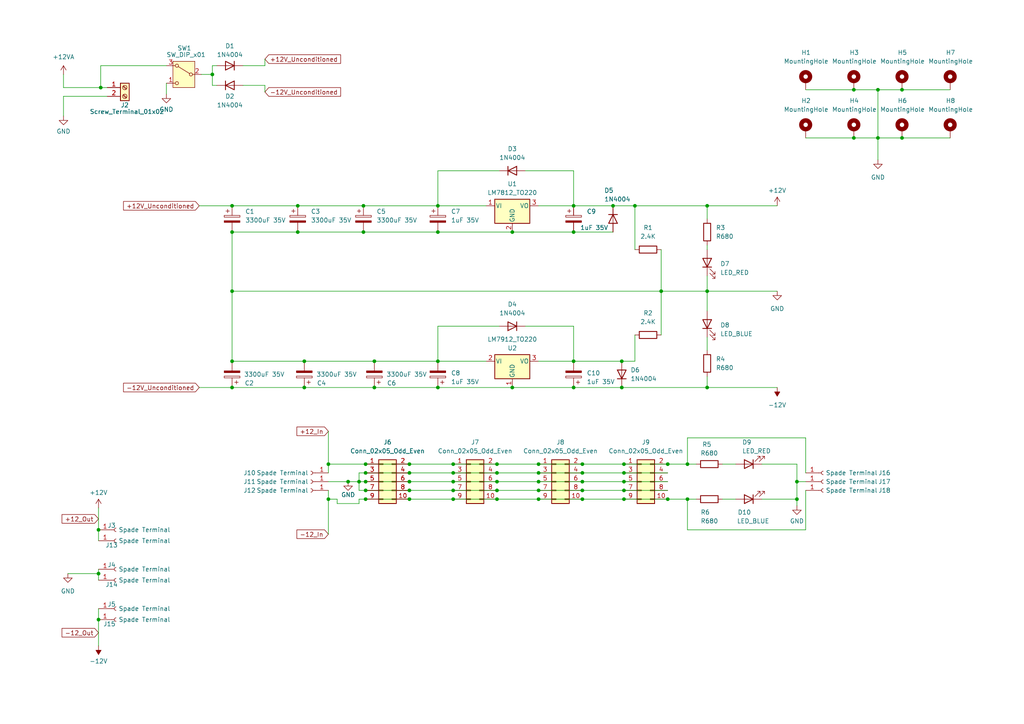
<source format=kicad_sch>
(kicad_sch (version 20230121) (generator eeschema)
  (paper "A4")
  (lib_symbols
    (symbol "Connector:Conn_01x01_Socket" (pin_names (offset 1.016) hide)
      (property "Reference" "J" (at 0 2.54 0))
      (property "Value" "Conn_01x01_Socket" (at 0 -2.54 0))
      (symbol "Conn_01x01_Socket_1_1"
        (polyline (pts (xy -1.27 0) (xy -0.508 0)) (stroke (width 0.1524)))
        (arc (start 0 0.508) (mid -0.5058 0) (end 0 -0.508) (stroke (width 0.1524)))
        (pin passive line (at -5.08 0 0) (length 3.81) (name "Pin_1") (number "1"))
      )
    )
    (symbol "Connector:Screw_Terminal_01x02" (pin_names (offset 1.016) hide)
      (property "Reference" "J" (at 0 2.54 0))
      (property "Value" "Screw_Terminal_01x02" (at 0 -5.08 0))
      (symbol "Screw_Terminal_01x02_1_1"
        (rectangle (start -1.27 1.27) (end 1.27 -3.81) (stroke (width 0.254)) (fill (type background)))
        (circle (center 0 -2.54) (radius 0.635) (stroke (width 0.1524)))
        (polyline (pts (xy -0.5334 -2.2098) (xy 0.3302 -3.048)) (stroke (width 0.1524)))
        (polyline (pts (xy -0.5334 0.3302) (xy 0.3302 -0.508)) (stroke (width 0.1524)))
        (polyline (pts (xy -0.3556 -2.032) (xy 0.508 -2.8702)) (stroke (width 0.1524)))
        (polyline (pts (xy -0.3556 0.508) (xy 0.508 -0.3302)) (stroke (width 0.1524)))
        (circle (center 0 0) (radius 0.635) (stroke (width 0.1524)))
        (pin passive line (at -5.08 0 0) (length 3.81) (name "Pin_1") (number "1"))
        (pin passive line (at -5.08 -2.54 0) (length 3.81) (name "Pin_2") (number "2"))
      )
    )
    (symbol "Connector_Generic:Conn_02x05_Odd_Even" (pin_names (offset 1.016) hide)
      (property "Reference" "J" (at 1.27 7.62 0))
      (property "Value" "Conn_02x05_Odd_Even" (at 1.27 -7.62 0))
      (symbol "Conn_02x05_Odd_Even_1_1"
        (rectangle (start -1.27 -4.953) (end 0 -5.207) (stroke (width 0.1524)))
        (rectangle (start -1.27 -2.413) (end 0 -2.667) (stroke (width 0.1524)))
        (rectangle (start -1.27 0.127) (end 0 -0.127) (stroke (width 0.1524)))
        (rectangle (start -1.27 2.667) (end 0 2.413) (stroke (width 0.1524)))
        (rectangle (start -1.27 5.207) (end 0 4.953) (stroke (width 0.1524)))
        (rectangle (start -1.27 6.35) (end 3.81 -6.35) (stroke (width 0.254)) (fill (type background)))
        (rectangle (start 3.81 -4.953) (end 2.54 -5.207) (stroke (width 0.1524)))
        (rectangle (start 3.81 -2.413) (end 2.54 -2.667) (stroke (width 0.1524)))
        (rectangle (start 3.81 0.127) (end 2.54 -0.127) (stroke (width 0.1524)))
        (rectangle (start 3.81 2.667) (end 2.54 2.413) (stroke (width 0.1524)))
        (rectangle (start 3.81 5.207) (end 2.54 4.953) (stroke (width 0.1524)))
        (pin passive line (at -5.08 5.08 0) (length 3.81) (name "Pin_1") (number "1"))
        (pin passive line (at 7.62 -5.08 180) (length 3.81) (name "Pin_10") (number "10"))
        (pin passive line (at 7.62 5.08 180) (length 3.81) (name "Pin_2") (number "2"))
        (pin passive line (at -5.08 2.54 0) (length 3.81) (name "Pin_3") (number "3"))
        (pin passive line (at 7.62 2.54 180) (length 3.81) (name "Pin_4") (number "4"))
        (pin passive line (at -5.08 0 0) (length 3.81) (name "Pin_5") (number "5"))
        (pin passive line (at 7.62 0 180) (length 3.81) (name "Pin_6") (number "6"))
        (pin passive line (at -5.08 -2.54 0) (length 3.81) (name "Pin_7") (number "7"))
        (pin passive line (at 7.62 -2.54 180) (length 3.81) (name "Pin_8") (number "8"))
        (pin passive line (at -5.08 -5.08 0) (length 3.81) (name "Pin_9") (number "9"))
      )
    )
    (symbol "Device:C_Polarized" (pin_numbers hide) (pin_names (offset 0.254))
      (property "Reference" "C" (at 0.635 2.54 0))
      (property "Value" "C_Polarized" (at 0.635 -2.54 0))
      (symbol "C_Polarized_0_1"
        (rectangle (start -2.286 0.508) (end 2.286 1.016))
        (polyline (pts (xy -1.778 2.286) (xy -0.762 2.286)))
        (polyline (pts (xy -1.27 2.794) (xy -1.27 1.778)))
        (rectangle (start 2.286 -0.508) (end -2.286 -1.016) (fill (type outline)))
      )
      (symbol "C_Polarized_1_1"
        (pin passive line (at 0 3.81 270) (length 2.794) (name "~") (number "1"))
        (pin passive line (at 0 -3.81 90) (length 2.794) (name "~") (number "2"))
      )
    )
    (symbol "Device:LED" (pin_numbers hide) (pin_names (offset 1.016) hide)
      (property "Reference" "D" (at 0 2.54 0))
      (property "Value" "LED" (at 0 -2.54 0))
      (symbol "LED_0_1"
        (polyline (pts (xy -1.27 -1.27) (xy -1.27 1.27)) (stroke (width 0.254)))
        (polyline (pts (xy -1.27 0) (xy 1.27 0)))
        (polyline (pts (xy 1.27 -1.27) (xy 1.27 1.27) (xy -1.27 0) (xy 1.27 -1.27)) (stroke (width 0.254)))
        (polyline (pts (xy -3.048 -0.762) (xy -4.572 -2.286) (xy -3.81 -2.286) (xy -4.572 -2.286) (xy -4.572 -1.524)))
        (polyline (pts (xy -1.778 -0.762) (xy -3.302 -2.286) (xy -2.54 -2.286) (xy -3.302 -2.286) (xy -3.302 -1.524)))
      )
      (symbol "LED_1_1"
        (pin passive line (at -3.81 0 0) (length 2.54) (name "K") (number "1"))
        (pin passive line (at 3.81 0 180) (length 2.54) (name "A") (number "2"))
      )
    )
    (symbol "Device:R" (pin_numbers hide) (pin_names (offset 0))
      (property "Reference" "R" (at 2.032 0 90))
      (property "Value" "R" (at 0 0 90))
      (symbol "R_0_1"
        (rectangle (start -1.016 -2.54) (end 1.016 2.54) (stroke (width 0.254)))
      )
      (symbol "R_1_1"
        (pin passive line (at 0 3.81 270) (length 1.27) (name "~") (number "1"))
        (pin passive line (at 0 -3.81 90) (length 1.27) (name "~") (number "2"))
      )
    )
    (symbol "Diode:1N4004" (pin_numbers hide) (pin_names hide)
      (property "Reference" "D" (at 0 2.54 0))
      (property "Value" "1N4004" (at 0 -2.54 0))
      (symbol "1N4004_0_1"
        (polyline (pts (xy -1.27 1.27) (xy -1.27 -1.27)) (stroke (width 0.254)))
        (polyline (pts (xy 1.27 0) (xy -1.27 0)))
        (polyline (pts (xy 1.27 1.27) (xy 1.27 -1.27) (xy -1.27 0) (xy 1.27 1.27)) (stroke (width 0.254)))
      )
      (symbol "1N4004_1_1"
        (pin passive line (at -3.81 0 0) (length 2.54) (name "K") (number "1"))
        (pin passive line (at 3.81 0 180) (length 2.54) (name "A") (number "2"))
      )
    )
    (symbol "Mechanical:MountingHole_Pad" (pin_numbers hide) (pin_names (offset 1.016) hide)
      (property "Reference" "H" (at 0 6.35 0))
      (property "Value" "MountingHole_Pad" (at 0 4.445 0))
      (symbol "MountingHole_Pad_0_1"
        (circle (center 0 1.27) (radius 1.27) (stroke (width 1.27)))
      )
      (symbol "MountingHole_Pad_1_1"
        (pin input line (at 0 -2.54 90) (length 2.54) (name "1") (number "1"))
      )
    )
    (symbol "Regulator_Linear:LM7812_TO220" (pin_names (offset 0.254))
      (property "Reference" "U" (at -3.81 3.175 0))
      (property "Value" "LM7812_TO220" (at 0 3.175 0))
      (symbol "LM7812_TO220_0_1"
        (rectangle (start -5.08 1.905) (end 5.08 -5.08) (stroke (width 0.254)) (fill (type background)))
      )
      (symbol "LM7812_TO220_1_1"
        (pin power_in line (at -7.62 0 0) (length 2.54) (name "VI") (number "1"))
        (pin power_in line (at 0 -7.62 90) (length 2.54) (name "GND") (number "2"))
        (pin power_out line (at 7.62 0 180) (length 2.54) (name "VO") (number "3"))
      )
    )
    (symbol "Regulator_Linear:LM7912_TO220" (pin_names (offset 0.254))
      (property "Reference" "U" (at -3.81 -3.175 0))
      (property "Value" "LM7912_TO220" (at 0 -3.175 0))
      (symbol "LM7912_TO220_0_1"
        (rectangle (start -5.08 5.08) (end 5.08 -1.905) (stroke (width 0.254)) (fill (type background)))
      )
      (symbol "LM7912_TO220_1_1"
        (pin power_in line (at 0 7.62 270) (length 2.54) (name "GND") (number "1"))
        (pin power_in line (at -7.62 0 0) (length 2.54) (name "VI") (number "2"))
        (pin power_out line (at 7.62 0 180) (length 2.54) (name "VO") (number "3"))
      )
    )
    (symbol "Switch:SW_SPDT_321" (pin_names (offset 1) hide)
      (property "Reference" "SW" (at 0 5.08 0))
      (property "Value" "SW_SPDT_321" (at 0 -5.08 0))
      (symbol "SW_SPDT_321_0_1"
        (circle (center -2.032 0) (radius 0.4572))
        (polyline (pts (xy -1.651 0.254) (xy 1.651 2.286)))
        (circle (center 2.032 -2.54) (radius 0.4572))
        (circle (center 2.032 2.54) (radius 0.4572))
      )
      (symbol "SW_SPDT_321_1_1"
        (rectangle (start -3.175 3.81) (end 3.175 -3.81) (fill (type background)))
        (pin passive line (at 5.08 -2.54 180) (length 2.54) (name "C") (number "1"))
        (pin passive line (at -5.08 0 0) (length 2.54) (name "B") (number "2"))
        (pin passive line (at 5.08 2.54 180) (length 2.54) (name "A") (number "3"))
      )
    )
    (symbol "power:+12V" (power) (pin_names (offset 0))
      (property "Value" "+12V" (at 0 3.556 0))
      (symbol "+12V_0_1"
        (polyline (pts (xy -0.762 1.27) (xy 0 2.54)))
        (polyline (pts (xy 0 0) (xy 0 2.54)))
        (polyline (pts (xy 0 2.54) (xy 0.762 1.27)))
      )
      (symbol "+12V_1_1"
        (pin power_in line (at 0 0 90) (length 0) hide (name "+12V") (number "1"))
      )
    )
    (symbol "power:+12VA" (power) (pin_names (offset 0))
      (property "Value" "+12VA" (at 0 3.556 0))
      (symbol "+12VA_0_1"
        (polyline (pts (xy -0.762 1.27) (xy 0 2.54)))
        (polyline (pts (xy 0 0) (xy 0 2.54)))
        (polyline (pts (xy 0 2.54) (xy 0.762 1.27)))
      )
      (symbol "+12VA_1_1"
        (pin power_in line (at 0 0 90) (length 0) hide (name "+12VA") (number "1"))
      )
    )
    (symbol "power:-12V" (power) (pin_names (offset 0))
      (property "Value" "-12V" (at 0 3.81 0))
      (symbol "-12V_0_0"
        (pin power_in line (at 0 0 90) (length 0) hide (name "-12V") (number "1"))
      )
      (symbol "-12V_0_1"
        (polyline (pts (xy 0 0) (xy 0 1.27) (xy 0.762 1.27) (xy 0 2.54) (xy -0.762 1.27) (xy 0 1.27)) (fill (type outline)))
      )
    )
    (symbol "power:GND" (power) (pin_names (offset 0))
      (property "Value" "GND" (at 0 -3.81 0))
      (symbol "GND_0_1"
        (polyline (pts (xy 0 0) (xy 0 -1.27) (xy 1.27 -1.27) (xy 0 -2.54) (xy -1.27 -1.27) (xy 0 -1.27)))
      )
      (symbol "GND_1_1"
        (pin power_in line (at 0 0 270) (length 0) hide (name "GND") (number "1"))
      )
    )
  )
  (junction (at 127 67.31))
  (junction (at 199.39 134.62))
  (junction (at 108.585 112.395))
  (junction (at 28.575 179.705))
  (junction (at 106.045 134.62))
  (junction (at 247.65 40.005))
  (junction (at 118.745 139.7))
  (junction (at 156.21 139.7))
  (junction (at 105.41 59.69))
  (junction (at 144.145 134.62))
  (junction (at 180.34 112.395))
  (junction (at 168.91 144.78))
  (junction (at 106.045 144.78))
  (junction (at 193.675 144.78))
  (junction (at 28.575 153.67))
  (junction (at 29.21 25.4))
  (junction (at 127 112.395))
  (junction (at 95.25 144.78))
  (junction (at 156.21 142.24))
  (junction (at 144.145 139.7))
  (junction (at 156.21 144.78))
  (junction (at 231.14 139.7))
  (junction (at 184.15 59.69))
  (junction (at 118.745 137.16))
  (junction (at 61.595 21.59))
  (junction (at 205.105 84.455))
  (junction (at 144.145 137.16))
  (junction (at 166.37 104.775))
  (junction (at 180.34 104.775))
  (junction (at 127 104.775))
  (junction (at 131.445 134.62))
  (junction (at 180.975 139.7))
  (junction (at 166.37 67.31))
  (junction (at 67.31 59.69))
  (junction (at 254.635 40.005))
  (junction (at 180.975 142.24))
  (junction (at 67.31 112.395))
  (junction (at 144.145 142.24))
  (junction (at 180.975 137.16))
  (junction (at 131.445 142.24))
  (junction (at 156.21 137.16))
  (junction (at 131.445 139.7))
  (junction (at 108.585 104.775))
  (junction (at 205.105 112.395))
  (junction (at 247.65 26.035))
  (junction (at 104.14 139.7))
  (junction (at 254.635 26.035))
  (junction (at 106.045 137.16))
  (junction (at 86.36 67.31))
  (junction (at 168.91 134.62))
  (junction (at 67.31 104.775))
  (junction (at 166.37 59.69))
  (junction (at 144.145 144.78))
  (junction (at 86.36 59.69))
  (junction (at 156.21 134.62))
  (junction (at 205.105 59.69))
  (junction (at 127 59.69))
  (junction (at 118.745 142.24))
  (junction (at 88.265 112.395))
  (junction (at 148.59 112.395))
  (junction (at 95.25 134.62))
  (junction (at 261.62 40.005))
  (junction (at 261.62 26.035))
  (junction (at 177.8 59.69))
  (junction (at 193.675 134.62))
  (junction (at 168.91 139.7))
  (junction (at 100.965 139.7))
  (junction (at 166.37 112.395))
  (junction (at 131.445 137.16))
  (junction (at 180.975 134.62))
  (junction (at 28.575 166.37))
  (junction (at 67.31 67.31))
  (junction (at 67.31 84.455))
  (junction (at 148.59 67.31))
  (junction (at 118.745 134.62))
  (junction (at 118.745 144.78))
  (junction (at 191.77 84.455))
  (junction (at 168.91 137.16))
  (junction (at 106.045 139.7))
  (junction (at 231.14 144.78))
  (junction (at 88.265 104.775))
  (junction (at 106.045 142.24))
  (junction (at 199.39 144.78))
  (junction (at 105.41 67.31))
  (junction (at 168.91 142.24))
  (junction (at 131.445 144.78))
  (junction (at 180.975 144.78))
  (wire (pts (xy 191.77 84.455) (xy 67.31 84.455)))
  (wire (pts (xy 180.975 139.7) (xy 193.675 139.7)))
  (wire (pts (xy 233.68 142.24) (xy 233.68 153.67)))
  (wire (pts (xy 247.65 40.005) (xy 254.635 40.005)))
  (wire (pts (xy 205.105 109.22) (xy 205.105 112.395)))
  (wire (pts (xy 180.975 137.16) (xy 193.675 137.16)))
  (wire (pts (xy 118.745 139.7) (xy 131.445 139.7)))
  (wire (pts (xy 168.91 139.7) (xy 180.975 139.7)))
  (wire (pts (xy 220.98 144.78) (xy 231.14 144.78)))
  (wire (pts (xy 95.25 137.16) (xy 95.25 134.62)))
  (wire (pts (xy 19.685 166.37) (xy 28.575 166.37)))
  (wire (pts (xy 131.445 134.62) (xy 144.145 134.62)))
  (wire (pts (xy 177.8 59.69) (xy 184.15 59.69)))
  (wire (pts (xy 18.415 25.4) (xy 29.21 25.4)))
  (wire (pts (xy 144.145 134.62) (xy 156.21 134.62)))
  (wire (pts (xy 67.31 104.775) (xy 88.265 104.775)))
  (wire (pts (xy 199.39 144.78) (xy 201.93 144.78)))
  (wire (pts (xy 184.15 97.155) (xy 184.15 104.775)))
  (wire (pts (xy 28.575 147.32) (xy 28.575 153.67)))
  (wire (pts (xy 225.425 84.455) (xy 205.105 84.455)))
  (wire (pts (xy 254.635 40.005) (xy 261.62 40.005)))
  (wire (pts (xy 231.14 134.62) (xy 231.14 139.7)))
  (wire (pts (xy 104.14 139.7) (xy 106.045 139.7)))
  (wire (pts (xy 144.145 144.78) (xy 156.21 144.78)))
  (wire (pts (xy 231.14 144.78) (xy 231.14 146.685)))
  (wire (pts (xy 67.31 59.69) (xy 86.36 59.69)))
  (wire (pts (xy 193.675 144.78) (xy 199.39 144.78)))
  (wire (pts (xy 67.31 112.395) (xy 88.265 112.395)))
  (wire (pts (xy 184.15 59.69) (xy 205.105 59.69)))
  (wire (pts (xy 18.415 21.59) (xy 18.415 25.4)))
  (wire (pts (xy 166.37 94.615) (xy 166.37 104.775)))
  (wire (pts (xy 254.635 26.035) (xy 254.635 40.005)))
  (wire (pts (xy 58.42 21.59) (xy 61.595 21.59)))
  (wire (pts (xy 106.045 142.24) (xy 118.745 142.24)))
  (wire (pts (xy 205.105 80.01) (xy 205.105 84.455)))
  (wire (pts (xy 127 49.53) (xy 127 59.69)))
  (wire (pts (xy 88.265 104.775) (xy 108.585 104.775)))
  (wire (pts (xy 144.145 139.7) (xy 156.21 139.7)))
  (wire (pts (xy 156.21 104.775) (xy 166.37 104.775)))
  (wire (pts (xy 118.745 137.16) (xy 131.445 137.16)))
  (wire (pts (xy 67.31 84.455) (xy 67.31 104.775)))
  (wire (pts (xy 104.14 144.78) (xy 106.045 144.78)))
  (wire (pts (xy 156.21 144.78) (xy 168.91 144.78)))
  (wire (pts (xy 76.835 19.05) (xy 76.835 17.145)))
  (wire (pts (xy 191.77 84.455) (xy 205.105 84.455)))
  (wire (pts (xy 28.575 165.1) (xy 28.575 166.37)))
  (wire (pts (xy 28.575 176.53) (xy 28.575 179.705)))
  (wire (pts (xy 199.39 144.78) (xy 199.39 153.67)))
  (wire (pts (xy 127 59.69) (xy 140.97 59.69)))
  (wire (pts (xy 86.36 59.69) (xy 105.41 59.69)))
  (wire (pts (xy 144.145 142.24) (xy 156.21 142.24)))
  (wire (pts (xy 127 67.31) (xy 148.59 67.31)))
  (wire (pts (xy 106.045 144.78) (xy 118.745 144.78)))
  (wire (pts (xy 97.79 146.05) (xy 104.14 146.05)))
  (wire (pts (xy 28.575 179.705) (xy 28.575 187.325)))
  (wire (pts (xy 166.37 112.395) (xy 180.34 112.395)))
  (wire (pts (xy 156.21 134.62) (xy 168.91 134.62)))
  (wire (pts (xy 29.21 19.05) (xy 48.26 19.05)))
  (wire (pts (xy 156.21 139.7) (xy 168.91 139.7)))
  (wire (pts (xy 57.785 59.69) (xy 67.31 59.69)))
  (wire (pts (xy 118.745 142.24) (xy 131.445 142.24)))
  (wire (pts (xy 199.39 153.67) (xy 233.68 153.67)))
  (wire (pts (xy 168.91 142.24) (xy 180.975 142.24)))
  (wire (pts (xy 127 112.395) (xy 148.59 112.395)))
  (wire (pts (xy 61.595 19.05) (xy 61.595 21.59)))
  (wire (pts (xy 180.975 144.78) (xy 193.675 144.78)))
  (wire (pts (xy 131.445 137.16) (xy 144.145 137.16)))
  (wire (pts (xy 28.575 166.37) (xy 28.575 168.275)))
  (wire (pts (xy 31.115 27.94) (xy 18.415 27.94)))
  (wire (pts (xy 166.37 67.31) (xy 177.8 67.31)))
  (wire (pts (xy 108.585 104.775) (xy 127 104.775)))
  (wire (pts (xy 261.62 40.005) (xy 275.59 40.005)))
  (wire (pts (xy 104.14 137.16) (xy 104.14 139.7)))
  (wire (pts (xy 205.105 63.5) (xy 205.105 59.69)))
  (wire (pts (xy 168.91 134.62) (xy 180.975 134.62)))
  (wire (pts (xy 67.31 67.31) (xy 67.31 84.455)))
  (wire (pts (xy 254.635 40.005) (xy 254.635 46.355)))
  (wire (pts (xy 97.79 144.78) (xy 95.25 144.78)))
  (wire (pts (xy 191.77 84.455) (xy 191.77 97.155)))
  (wire (pts (xy 88.265 112.395) (xy 108.585 112.395)))
  (wire (pts (xy 104.14 139.7) (xy 104.14 142.24)))
  (wire (pts (xy 144.145 137.16) (xy 156.21 137.16)))
  (wire (pts (xy 152.4 49.53) (xy 166.37 49.53)))
  (wire (pts (xy 131.445 139.7) (xy 144.145 139.7)))
  (wire (pts (xy 76.835 24.765) (xy 70.485 24.765)))
  (wire (pts (xy 152.4 94.615) (xy 166.37 94.615)))
  (wire (pts (xy 127 104.775) (xy 127 94.615)))
  (wire (pts (xy 131.445 142.24) (xy 144.145 142.24)))
  (wire (pts (xy 28.575 153.67) (xy 28.575 156.845)))
  (wire (pts (xy 205.105 71.12) (xy 205.105 72.39)))
  (wire (pts (xy 131.445 144.78) (xy 144.145 144.78)))
  (wire (pts (xy 108.585 112.395) (xy 127 112.395)))
  (wire (pts (xy 97.79 146.05) (xy 97.79 144.78)))
  (wire (pts (xy 86.36 67.31) (xy 105.41 67.31)))
  (wire (pts (xy 95.25 134.62) (xy 106.045 134.62)))
  (wire (pts (xy 127 104.775) (xy 140.97 104.775)))
  (wire (pts (xy 180.34 112.395) (xy 205.105 112.395)))
  (wire (pts (xy 144.78 49.53) (xy 127 49.53)))
  (wire (pts (xy 247.65 26.035) (xy 254.635 26.035)))
  (wire (pts (xy 106.045 134.62) (xy 118.745 134.62)))
  (wire (pts (xy 76.835 26.67) (xy 76.835 24.765)))
  (wire (pts (xy 105.41 59.69) (xy 127 59.69)))
  (wire (pts (xy 148.59 112.395) (xy 166.37 112.395)))
  (wire (pts (xy 95.25 139.7) (xy 100.965 139.7)))
  (wire (pts (xy 57.785 112.395) (xy 67.31 112.395)))
  (wire (pts (xy 106.045 137.16) (xy 118.745 137.16)))
  (wire (pts (xy 180.975 134.62) (xy 193.675 134.62)))
  (wire (pts (xy 148.59 67.31) (xy 166.37 67.31)))
  (wire (pts (xy 166.37 59.69) (xy 177.8 59.69)))
  (wire (pts (xy 95.25 125.095) (xy 95.25 134.62)))
  (wire (pts (xy 95.25 144.78) (xy 95.25 154.94)))
  (wire (pts (xy 156.21 142.24) (xy 168.91 142.24)))
  (wire (pts (xy 231.14 139.7) (xy 231.14 144.78)))
  (wire (pts (xy 29.21 25.4) (xy 29.21 19.05)))
  (wire (pts (xy 168.91 137.16) (xy 180.975 137.16)))
  (wire (pts (xy 231.14 139.7) (xy 233.68 139.7)))
  (wire (pts (xy 104.14 146.05) (xy 104.14 144.78)))
  (wire (pts (xy 100.965 139.7) (xy 104.14 139.7)))
  (wire (pts (xy 105.41 67.31) (xy 127 67.31)))
  (wire (pts (xy 180.975 142.24) (xy 193.675 142.24)))
  (wire (pts (xy 205.105 112.395) (xy 225.425 112.395)))
  (wire (pts (xy 184.15 59.69) (xy 184.15 72.39)))
  (wire (pts (xy 29.21 25.4) (xy 31.115 25.4)))
  (wire (pts (xy 166.37 104.775) (xy 180.34 104.775)))
  (wire (pts (xy 209.55 134.62) (xy 213.36 134.62)))
  (wire (pts (xy 118.745 144.78) (xy 131.445 144.78)))
  (wire (pts (xy 166.37 59.69) (xy 166.37 49.53)))
  (wire (pts (xy 70.485 19.05) (xy 76.835 19.05)))
  (wire (pts (xy 233.68 26.035) (xy 247.65 26.035)))
  (wire (pts (xy 191.77 72.39) (xy 191.77 84.455)))
  (wire (pts (xy 205.105 90.17) (xy 205.105 84.455)))
  (wire (pts (xy 199.39 134.62) (xy 199.39 127)))
  (wire (pts (xy 67.31 67.31) (xy 86.36 67.31)))
  (wire (pts (xy 127 94.615) (xy 144.78 94.615)))
  (wire (pts (xy 156.21 137.16) (xy 168.91 137.16)))
  (wire (pts (xy 168.91 144.78) (xy 180.975 144.78)))
  (wire (pts (xy 61.595 21.59) (xy 61.595 24.765)))
  (wire (pts (xy 220.98 134.62) (xy 231.14 134.62)))
  (wire (pts (xy 156.21 59.69) (xy 166.37 59.69)))
  (wire (pts (xy 61.595 24.765) (xy 62.865 24.765)))
  (wire (pts (xy 95.25 142.24) (xy 95.25 144.78)))
  (wire (pts (xy 48.26 24.13) (xy 48.26 27.305)))
  (wire (pts (xy 184.15 104.775) (xy 180.34 104.775)))
  (wire (pts (xy 205.105 59.69) (xy 225.425 59.69)))
  (wire (pts (xy 213.36 144.78) (xy 209.55 144.78)))
  (wire (pts (xy 261.62 26.035) (xy 275.59 26.035)))
  (wire (pts (xy 104.14 137.16) (xy 106.045 137.16)))
  (wire (pts (xy 193.675 134.62) (xy 199.39 134.62)))
  (wire (pts (xy 233.68 40.005) (xy 247.65 40.005)))
  (wire (pts (xy 233.68 127) (xy 233.68 137.16)))
  (wire (pts (xy 205.105 97.79) (xy 205.105 101.6)))
  (wire (pts (xy 254.635 26.035) (xy 261.62 26.035)))
  (wire (pts (xy 18.415 27.94) (xy 18.415 33.655)))
  (wire (pts (xy 199.39 127) (xy 233.68 127)))
  (wire (pts (xy 199.39 134.62) (xy 201.93 134.62)))
  (wire (pts (xy 106.045 139.7) (xy 118.745 139.7)))
  (wire (pts (xy 61.595 19.05) (xy 62.865 19.05)))
  (wire (pts (xy 104.14 142.24) (xy 106.045 142.24)))
  (wire (pts (xy 118.745 134.62) (xy 131.445 134.62)))
  (global_label "-12_In" (shape input) (at 95.25 154.94 180) (property "Intersheetrefs" "${INTERSHEET_REFS}" (effects hide)))
  (global_label "+12V_Unconditioned" (shape input) (at 76.835 17.145 0) (property "Intersheetrefs" "${INTERSHEET_REFS}" (effects hide)))
  (global_label "-12_Out" (shape input) (at 28.575 183.515 180) (property "Intersheetrefs" "${INTERSHEET_REFS}" (effects hide)))
  (global_label "+12_In" (shape input) (at 95.25 125.095 180) (property "Intersheetrefs" "${INTERSHEET_REFS}" (effects hide)))
  (global_label "+12_Out" (shape input) (at 28.575 150.495 180) (property "Intersheetrefs" "${INTERSHEET_REFS}" (effects hide)))
  (global_label "+12V_Unconditioned" (shape input) (at 57.785 59.69 180) (property "Intersheetrefs" "${INTERSHEET_REFS}" (effects hide)))
  (global_label "-12V_Unconditioned" (shape input) (at 57.785 112.395 180) (property "Intersheetrefs" "${INTERSHEET_REFS}" (effects hide)))
  (global_label "-12V_Unconditioned" (shape input) (at 76.835 26.67 0) (property "Intersheetrefs" "${INTERSHEET_REFS}" (effects hide)))
  (symbol (lib_id "Mechanical:MountingHole_Pad") (at 261.62 37.465 0) (unit 1)
    (property "Reference" "H6" (at 260.35 29.21 0) (effects (justify left)))
    (property "Value" "MountingHole" (at 255.27 31.75 0) (effects (justify left)))
    (property "Footprint" "MountingHole:MountingHole_2.2mm_M2_Pad" (effects hide))
  )
  (symbol (lib_id "Mechanical:MountingHole_Pad") (at 275.59 37.465 0) (unit 1)
    (property "Reference" "H8" (at 274.32 29.21 0) (effects (justify left)))
    (property "Value" "MountingHole" (at 269.24 31.75 0) (effects (justify left)))
    (property "Footprint" "MountingHole:MountingHole_2.2mm_M2_Pad" (effects hide))
  )
  (symbol (lib_id "Device:R") (at 205.105 67.31 0) (unit 1)
    (property "Reference" "R3" (at 207.645 66.04 0) (effects (justify left)))
    (property "Value" "R680" (at 207.645 68.58 0) (effects (justify left)))
    (property "Footprint" "Resistor_THT:R_Axial_DIN0207_L6.3mm_D2.5mm_P2.54mm_Vertical" (effects hide))
  )
  (symbol (lib_id "Connector:Conn_01x01_Socket") (at 33.655 168.275 0) (mirror x) (unit 1)
    (property "Reference" "J14" (at 32.385 169.545 0))
    (property "Value" "Spade Terminal" (at 41.91 168.275 0))
    (property "Footprint" "My_Library:Spade Connector_Horizontal" (effects hide))
  )
  (symbol (lib_id "Device:C_Polarized") (at 88.265 108.585 180) (unit 1)
    (property "Reference" "C4" (at 94.615 111.125 0) (effects (justify left)))
    (property "Value" "3300uF 35V" (at 103.505 108.585 0) (effects (justify left)))
    (property "Footprint" "Capacitor_THT:CP_Radial_D18.0mm_P7.50mm" (effects hide))
  )
  (symbol (lib_id "Diode:1N4004") (at 148.59 49.53 0) (unit 1)
    (property "Reference" "D3" (at 148.59 43.18 0))
    (property "Value" "1N4004" (at 148.59 45.72 0))
    (property "Footprint" "Diode_THT:D_DO-41_SOD81_P5.08mm_Vertical_KathodeUp" (effects hide))
    (property "Datasheet" "http://www.vishay.com/docs/88503/1n4001.pdf" (effects hide))
    (property "Sim.Device" "D" (effects hide))
    (property "Sim.Pins" "1=K 2=A" (effects hide))
  )
  (symbol (lib_id "Diode:1N4004") (at 66.675 24.765 0) (unit 1)
    (property "Reference" "D2" (at 66.675 27.94 0))
    (property "Value" "1N4004" (at 66.675 30.48 0))
    (property "Footprint" "Diode_THT:D_DO-41_SOD81_P10.16mm_Horizontal" (effects hide))
    (property "Datasheet" "http://www.vishay.com/docs/88503/1n4001.pdf" (effects hide))
    (property "Sim.Device" "D" (effects hide))
    (property "Sim.Pins" "1=K 2=A" (effects hide))
  )
  (symbol (lib_id "power:+12VA") (at 18.415 21.59 0) (unit 1)
    (property "Reference" "#PWR01" (effects hide))
    (property "Value" "+12VA" (at 18.415 16.51 0))
  )
  (symbol (lib_id "Device:C_Polarized") (at 127 108.585 180) (unit 1)
    (property "Reference" "C8" (at 130.81 108.204 0) (effects (justify right)))
    (property "Value" "1uF 35V" (at 130.81 110.744 0) (effects (justify right)))
    (property "Footprint" "Capacitor_THT:CP_Radial_Tantal_D5.0mm_P2.50mm" (effects hide))
  )
  (symbol (lib_id "Mechanical:MountingHole_Pad") (at 233.68 37.465 0) (unit 1)
    (property "Reference" "H2" (at 232.41 29.21 0) (effects (justify left)))
    (property "Value" "MountingHole" (at 227.33 31.75 0) (effects (justify left)))
    (property "Footprint" "MountingHole:MountingHole_2.2mm_M2_Pad" (effects hide))
  )
  (symbol (lib_id "power:GND") (at 254.635 46.355 0) (unit 1)
    (property "Reference" "#PWR013" (effects hide))
    (property "Value" "GND" (at 254.635 51.435 0))
  )
  (symbol (lib_id "Device:C_Polarized") (at 108.585 108.585 180) (unit 1)
    (property "Reference" "C6" (at 114.935 111.125 0) (effects (justify left)))
    (property "Value" "3300uF 35V" (at 123.825 108.585 0) (effects (justify left)))
    (property "Footprint" "Capacitor_THT:CP_Radial_D18.0mm_P7.50mm" (effects hide))
  )
  (symbol (lib_id "power:GND") (at 225.425 84.455 0) (unit 1)
    (property "Reference" "#PWR010" (effects hide))
    (property "Value" "GND" (at 225.425 89.535 0))
  )
  (symbol (lib_id "Connector:Conn_01x01_Socket") (at 238.76 139.7 0) (mirror x) (unit 1)
    (property "Reference" "J17" (at 256.54 139.7 0))
    (property "Value" "Spade Terminal" (at 247.015 139.7 0))
    (property "Footprint" "My_Library:Spade Connector_Horizontal" (effects hide))
  )
  (symbol (lib_id "power:-12V") (at 225.425 112.395 180) (unit 1)
    (property "Reference" "#PWR011" (effects hide))
    (property "Value" "-12V" (at 225.425 117.475 0))
  )
  (symbol (lib_id "Diode:1N4004") (at 177.8 63.5 270) (unit 1)
    (property "Reference" "D5" (at 175.26 55.245 90) (effects (justify left)))
    (property "Value" "1N4004" (at 175.26 57.785 90) (effects (justify left)))
    (property "Footprint" "Diode_THT:D_DO-41_SOD81_P3.81mm_Vertical_KathodeUp" (effects hide))
    (property "Datasheet" "http://www.vishay.com/docs/88503/1n4001.pdf" (effects hide))
    (property "Sim.Device" "D" (effects hide))
    (property "Sim.Pins" "1=K 2=A" (effects hide))
  )
  (symbol (lib_id "power:GND") (at 18.415 33.655 0) (unit 1)
    (property "Reference" "#PWR02" (effects hide))
    (property "Value" "GND" (at 18.415 38.1 0))
  )
  (symbol (lib_id "Connector:Conn_01x01_Socket") (at 90.17 139.7 180) (unit 1)
    (property "Reference" "J11" (at 72.39 139.7 0))
    (property "Value" "Spade Terminal" (at 81.915 139.7 0))
    (property "Footprint" "My_Library:Spade Connector_Horizontal" (effects hide))
  )
  (symbol (lib_id "Device:R") (at 187.96 97.155 90) (unit 1)
    (property "Reference" "R2" (at 187.96 90.805 90))
    (property "Value" "2.4K" (at 187.96 93.345 90))
    (property "Footprint" "Resistor_THT:R_Axial_DIN0207_L6.3mm_D2.5mm_P2.54mm_Vertical" (effects hide))
  )
  (symbol (lib_id "Connector:Conn_01x01_Socket") (at 33.655 176.53 0) (mirror x) (unit 1)
    (property "Reference" "J5" (at 32.385 175.26 0))
    (property "Value" "Spade Terminal" (at 41.91 176.53 0))
    (property "Footprint" "My_Library:Spade Connector_Horizontal" (effects hide))
  )
  (symbol (lib_id "Device:C_Polarized") (at 166.37 63.5 0) (unit 1)
    (property "Reference" "C9" (at 170.18 61.341 0) (effects (justify left)))
    (property "Value" "1uF 35V" (at 168.275 66.04 0) (effects (justify left)))
    (property "Footprint" "Capacitor_THT:CP_Radial_Tantal_D5.0mm_P2.50mm" (effects hide))
  )
  (symbol (lib_id "Device:LED") (at 205.105 93.98 90) (unit 1)
    (property "Reference" "D8" (at 208.915 94.2975 90) (effects (justify right)))
    (property "Value" "LED_BLUE" (at 208.915 96.8375 90) (effects (justify right)))
    (property "Footprint" "LED_THT:LED_D5.0mm" (effects hide))
  )
  (symbol (lib_id "Mechanical:MountingHole_Pad") (at 275.59 23.495 0) (unit 1)
    (property "Reference" "H7" (at 274.32 15.24 0) (effects (justify left)))
    (property "Value" "MountingHole" (at 269.24 17.78 0) (effects (justify left)))
    (property "Footprint" "MountingHole:MountingHole_2.2mm_M2_Pad" (effects hide))
  )
  (symbol (lib_id "Device:C_Polarized") (at 86.36 63.5 0) (unit 1)
    (property "Reference" "C3" (at 90.17 61.341 0) (effects (justify left)))
    (property "Value" "3300uF 35V" (at 90.17 63.881 0) (effects (justify left)))
    (property "Footprint" "Capacitor_THT:CP_Radial_D18.0mm_P7.50mm" (effects hide))
  )
  (symbol (lib_id "Diode:1N4004") (at 180.34 108.585 90) (unit 1)
    (property "Reference" "D6" (at 182.88 107.315 90) (effects (justify right)))
    (property "Value" "1N4004" (at 182.88 109.855 90) (effects (justify right)))
    (property "Footprint" "Diode_THT:D_DO-41_SOD81_P3.81mm_Vertical_KathodeUp" (effects hide))
    (property "Datasheet" "http://www.vishay.com/docs/88503/1n4001.pdf" (effects hide))
    (property "Sim.Device" "D" (effects hide))
    (property "Sim.Pins" "1=K 2=A" (effects hide))
  )
  (symbol (lib_id "Device:LED") (at 217.17 144.78 180) (unit 1)
    (property "Reference" "D10" (at 215.9 148.59 0))
    (property "Value" "LED_BLUE" (at 218.44 151.13 0))
    (property "Footprint" "LED_THT:LED_D5.0mm" (effects hide))
  )
  (symbol (lib_id "Device:LED") (at 205.105 76.2 90) (unit 1)
    (property "Reference" "D7" (at 208.915 76.5175 90) (effects (justify right)))
    (property "Value" "LED_RED" (at 208.915 79.0575 90) (effects (justify right)))
    (property "Footprint" "LED_THT:LED_D5.0mm" (effects hide))
  )
  (symbol (lib_id "Connector_Generic:Conn_02x05_Odd_Even") (at 161.29 139.7 0) (unit 1)
    (property "Reference" "J8" (at 162.56 128.27 0))
    (property "Value" "Conn_02x05_Odd_Even" (at 162.56 130.81 0))
    (property "Footprint" "My_Library:Eurorack Power (IDC p=2.54)_Text" (effects hide))
  )
  (symbol (lib_id "Mechanical:MountingHole_Pad") (at 233.68 23.495 0) (unit 1)
    (property "Reference" "H1" (at 232.41 15.24 0) (effects (justify left)))
    (property "Value" "MountingHole" (at 227.33 17.78 0) (effects (justify left)))
    (property "Footprint" "MountingHole:MountingHole_2.2mm_M2_Pad" (effects hide))
  )
  (symbol (lib_id "Connector:Conn_01x01_Socket") (at 238.76 137.16 0) (mirror x) (unit 1)
    (property "Reference" "J16" (at 256.54 137.16 0))
    (property "Value" "Spade Terminal" (at 247.015 137.16 0))
    (property "Footprint" "My_Library:Spade Connector_Horizontal" (effects hide))
  )
  (symbol (lib_id "power:+12V") (at 28.575 147.32 0) (unit 1)
    (property "Reference" "#PWR03" (effects hide))
    (property "Value" "+12V" (at 28.575 142.875 0))
  )
  (symbol (lib_id "Device:R") (at 187.96 72.39 90) (unit 1)
    (property "Reference" "R1" (at 187.96 66.04 90))
    (property "Value" "2.4K" (at 187.96 68.58 90))
    (property "Footprint" "Resistor_THT:R_Axial_DIN0207_L6.3mm_D2.5mm_P2.54mm_Vertical" (effects hide))
  )
  (symbol (lib_id "Regulator_Linear:LM7912_TO220") (at 148.59 104.775 0) (mirror x) (unit 1)
    (property "Reference" "U2" (at 148.59 100.965 0))
    (property "Value" "LM7912_TO220" (at 148.59 98.425 0))
    (property "Footprint" "Package_TO_SOT_THT:TO-220-3_Vertical" (effects hide))
    (property "Datasheet" "hhttps://www.onsemi.com/pub/Collateral/MC7900-D.PDF" (effects hide))
  )
  (symbol (lib_id "Device:C_Polarized") (at 105.41 63.5 0) (unit 1)
    (property "Reference" "C5" (at 109.22 61.341 0) (effects (justify left)))
    (property "Value" "3300uF 35V" (at 109.22 63.881 0) (effects (justify left)))
    (property "Footprint" "Capacitor_THT:CP_Radial_D18.0mm_P7.50mm" (effects hide))
  )
  (symbol (lib_id "Diode:1N4004") (at 66.675 19.05 180) (unit 1)
    (property "Reference" "D1" (at 66.675 13.335 0))
    (property "Value" "1N4004" (at 66.675 15.875 0))
    (property "Footprint" "Diode_THT:D_DO-41_SOD81_P10.16mm_Horizontal" (effects hide))
    (property "Datasheet" "http://www.vishay.com/docs/88503/1n4001.pdf" (effects hide))
    (property "Sim.Device" "D" (effects hide))
    (property "Sim.Pins" "1=K 2=A" (effects hide))
  )
  (symbol (lib_id "Connector_Generic:Conn_02x05_Odd_Even") (at 136.525 139.7 0) (unit 1)
    (property "Reference" "J7" (at 137.795 128.27 0))
    (property "Value" "Conn_02x05_Odd_Even" (at 137.795 130.81 0))
    (property "Footprint" "My_Library:Eurorack Power (IDC p=2.54)_Text" (effects hide))
  )
  (symbol (lib_id "Connector:Conn_01x01_Socket") (at 33.655 165.1 0) (mirror x) (unit 1)
    (property "Reference" "J4" (at 32.385 163.83 0))
    (property "Value" "Spade Terminal" (at 41.91 165.1 0))
    (property "Footprint" "My_Library:Spade Connector_Horizontal" (effects hide))
  )
  (symbol (lib_id "Mechanical:MountingHole_Pad") (at 247.65 37.465 0) (unit 1)
    (property "Reference" "H4" (at 246.38 29.21 0) (effects (justify left)))
    (property "Value" "MountingHole" (at 241.3 31.75 0) (effects (justify left)))
    (property "Footprint" "MountingHole:MountingHole_2.2mm_M2_Pad" (effects hide))
  )
  (symbol (lib_id "Device:C_Polarized") (at 127 63.5 0) (unit 1)
    (property "Reference" "C7" (at 130.81 61.341 0) (effects (justify left)))
    (property "Value" "1uF 35V" (at 130.81 63.881 0) (effects (justify left)))
    (property "Footprint" "Capacitor_THT:CP_Radial_Tantal_D5.0mm_P2.50mm" (effects hide))
  )
  (symbol (lib_id "power:GND") (at 48.26 27.305 0) (unit 1)
    (property "Reference" "#PWR06" (effects hide))
    (property "Value" "GND" (at 48.26 31.75 0))
  )
  (symbol (lib_id "Regulator_Linear:LM7812_TO220") (at 148.59 59.69 0) (unit 1)
    (property "Reference" "U1" (at 148.59 53.34 0))
    (property "Value" "LM7812_TO220" (at 148.59 55.88 0))
    (property "Footprint" "Package_TO_SOT_THT:TO-220-3_Vertical" (effects hide))
    (property "Datasheet" "https://www.onsemi.cn/PowerSolutions/document/MC7800-D.PDF" (effects hide))
  )
  (symbol (lib_id "Connector:Conn_01x01_Socket") (at 33.655 156.845 0) (mirror x) (unit 1)
    (property "Reference" "J13" (at 32.385 158.115 0))
    (property "Value" "Spade Terminal" (at 41.91 156.845 0))
    (property "Footprint" "My_Library:Spade Connector_Horizontal" (effects hide))
  )
  (symbol (lib_id "Connector:Conn_01x01_Socket") (at 90.17 137.16 180) (unit 1)
    (property "Reference" "J10" (at 72.39 137.16 0))
    (property "Value" "Spade Terminal" (at 81.915 137.16 0))
    (property "Footprint" "My_Library:Spade Connector_Horizontal" (effects hide))
  )
  (symbol (lib_id "Device:C_Polarized") (at 67.31 63.5 0) (unit 1)
    (property "Reference" "C1" (at 71.12 61.341 0) (effects (justify left)))
    (property "Value" "3300uF 35V" (at 71.12 63.881 0) (effects (justify left)))
    (property "Footprint" "Capacitor_THT:CP_Radial_D18.0mm_P7.50mm" (effects hide))
  )
  (symbol (lib_id "Device:R") (at 205.105 105.41 180) (unit 1)
    (property "Reference" "R4" (at 207.645 104.14 0) (effects (justify right)))
    (property "Value" "R680" (at 207.645 106.68 0) (effects (justify right)))
    (property "Footprint" "Resistor_THT:R_Axial_DIN0207_L6.3mm_D2.5mm_P2.54mm_Vertical" (effects hide))
  )
  (symbol (lib_id "power:GND") (at 19.685 166.37 0) (unit 1)
    (property "Reference" "#PWR07" (effects hide))
    (property "Value" "GND" (at 19.685 171.45 0))
  )
  (symbol (lib_id "Connector:Conn_01x01_Socket") (at 238.76 142.24 0) (mirror x) (unit 1)
    (property "Reference" "J18" (at 256.54 142.24 0))
    (property "Value" "Spade Terminal" (at 247.015 142.24 0))
    (property "Footprint" "My_Library:Spade Connector_Horizontal" (effects hide))
  )
  (symbol (lib_id "Connector:Screw_Terminal_01x02") (at 36.195 25.4 0) (unit 1)
    (property "Reference" "J2" (at 36.195 30.48 0))
    (property "Value" "Screw_Terminal_01x02" (at 36.83 32.385 0))
    (property "Footprint" "Connector_BarrelJack:BarrelJack_CUI_PJ-063AH_Horizontal" (effects hide))
  )
  (symbol (lib_id "Connector_Generic:Conn_02x05_Odd_Even") (at 186.055 139.7 0) (unit 1)
    (property "Reference" "J9" (at 187.325 128.27 0))
    (property "Value" "Conn_02x05_Odd_Even" (at 187.325 130.81 0))
    (property "Footprint" "My_Library:Eurorack Power (IDC p=2.54)_Text" (effects hide))
  )
  (symbol (lib_id "Switch:SW_SPDT_321") (at 53.34 21.59 0) (mirror y) (unit 1)
    (property "Reference" "SW1" (at 51.435 13.97 0) (effects (justify right)))
    (property "Value" "SW_DIP_x01" (at 48.26 15.875 0) (effects (justify right)))
    (property "Footprint" "My_Library:Slide Switch A-3698" (effects hide))
  )
  (symbol (lib_id "Connector:Conn_01x01_Socket") (at 90.17 142.24 180) (unit 1)
    (property "Reference" "J12" (at 72.39 142.24 0))
    (property "Value" "Spade Terminal" (at 81.915 142.24 0))
    (property "Footprint" "My_Library:Spade Connector_Horizontal" (effects hide))
  )
  (symbol (lib_id "Mechanical:MountingHole_Pad") (at 247.65 23.495 0) (unit 1)
    (property "Reference" "H3" (at 246.38 15.24 0) (effects (justify left)))
    (property "Value" "MountingHole" (at 241.3 17.78 0) (effects (justify left)))
    (property "Footprint" "MountingHole:MountingHole_2.2mm_M2_Pad" (effects hide))
  )
  (symbol (lib_id "Mechanical:MountingHole_Pad") (at 261.62 23.495 0) (unit 1)
    (property "Reference" "H5" (at 260.35 15.24 0) (effects (justify left)))
    (property "Value" "MountingHole" (at 255.27 17.78 0) (effects (justify left)))
    (property "Footprint" "MountingHole:MountingHole_2.2mm_M2_Pad" (effects hide))
  )
  (symbol (lib_id "power:GND") (at 100.965 139.7 0) (unit 1)
    (property "Reference" "#PWR08" (effects hide))
    (property "Value" "GND" (at 100.965 143.51 0))
  )
  (symbol (lib_id "power:+12V") (at 225.425 59.69 0) (unit 1)
    (property "Reference" "#PWR09" (effects hide))
    (property "Value" "+12V" (at 225.425 55.245 0))
  )
  (symbol (lib_id "Device:C_Polarized") (at 166.37 108.585 180) (unit 1)
    (property "Reference" "C10" (at 170.18 108.204 0) (effects (justify right)))
    (property "Value" "1uF 35V" (at 170.18 110.744 0) (effects (justify right)))
    (property "Footprint" "Capacitor_THT:CP_Radial_Tantal_D5.0mm_P2.50mm" (effects hide))
  )
  (symbol (lib_id "Connector:Conn_01x01_Socket") (at 33.655 153.67 0) (mirror x) (unit 1)
    (property "Reference" "J3" (at 32.385 152.4 0))
    (property "Value" "Spade Terminal" (at 41.91 153.67 0))
    (property "Footprint" "My_Library:Spade Connector_Horizontal" (effects hide))
  )
  (symbol (lib_id "Device:R") (at 205.74 144.78 90) (unit 1)
    (property "Reference" "R6" (at 203.2 148.59 90) (effects (justify right)))
    (property "Value" "R680" (at 203.2 151.13 90) (effects (justify right)))
    (property "Footprint" "Resistor_THT:R_Axial_DIN0207_L6.3mm_D2.5mm_P2.54mm_Vertical" (effects hide))
  )
  (symbol (lib_id "power:GND") (at 231.14 146.685 0) (unit 1)
    (property "Reference" "#PWR012" (effects hide))
    (property "Value" "GND" (at 231.14 151.13 0))
  )
  (symbol (lib_id "Device:R") (at 205.74 134.62 90) (unit 1)
    (property "Reference" "R5" (at 206.375 128.905 90) (effects (justify left)))
    (property "Value" "R680" (at 208.28 131.445 90) (effects (justify left)))
    (property "Footprint" "Resistor_THT:R_Axial_DIN0207_L6.3mm_D2.5mm_P2.54mm_Vertical" (effects hide))
  )
  (symbol (lib_id "Device:C_Polarized") (at 67.31 108.585 180) (unit 1)
    (property "Reference" "C2" (at 73.66 111.125 0) (effects (justify left)))
    (property "Value" "3300uF 35V" (at 82.55 108.585 0) (effects (justify left)))
    (property "Footprint" "Capacitor_THT:CP_Radial_D18.0mm_P7.50mm" (effects hide))
  )
  (symbol (lib_id "Diode:1N4004") (at 148.59 94.615 180) (unit 1)
    (property "Reference" "D4" (at 148.59 88.265 0))
    (property "Value" "1N4004" (at 148.59 90.805 0))
    (property "Footprint" "Diode_THT:D_DO-41_SOD81_P5.08mm_Vertical_KathodeUp" (effects hide))
    (property "Datasheet" "http://www.vishay.com/docs/88503/1n4001.pdf" (effects hide))
    (property "Sim.Device" "D" (effects hide))
    (property "Sim.Pins" "1=K 2=A" (effects hide))
  )
  (symbol (lib_id "Connector_Generic:Conn_02x05_Odd_Even") (at 111.125 139.7 0) (unit 1)
    (property "Reference" "J6" (at 112.395 128.27 0))
    (property "Value" "Conn_02x05_Odd_Even" (at 112.395 130.81 0))
    (property "Footprint" "My_Library:Eurorack Power (IDC p=2.54)_Text" (effects hide))
  )
  (symbol (lib_id "Device:LED") (at 217.17 134.62 180) (unit 1)
    (property "Reference" "D9" (at 215.265 128.27 0) (effects (justify right)))
    (property "Value" "LED_RED" (at 215.265 130.81 0) (effects (justify right)))
    (property "Footprint" "LED_THT:LED_D5.0mm" (effects hide))
  )
  (symbol (lib_id "Connector:Conn_01x01_Socket") (at 33.655 179.705 0) (mirror x) (unit 1)
    (property "Reference" "J15" (at 31.75 180.975 0))
    (property "Value" "Spade Terminal" (at 41.91 179.705 0))
    (property "Footprint" "My_Library:Spade Connector_Horizontal" (effects hide))
  )
  (symbol (lib_id "power:-12V") (at 28.575 187.325 180) (unit 1)
    (property "Reference" "#PWR04" (effects hide))
    (property "Value" "-12V" (at 28.575 191.77 0))
  )
)
</source>
